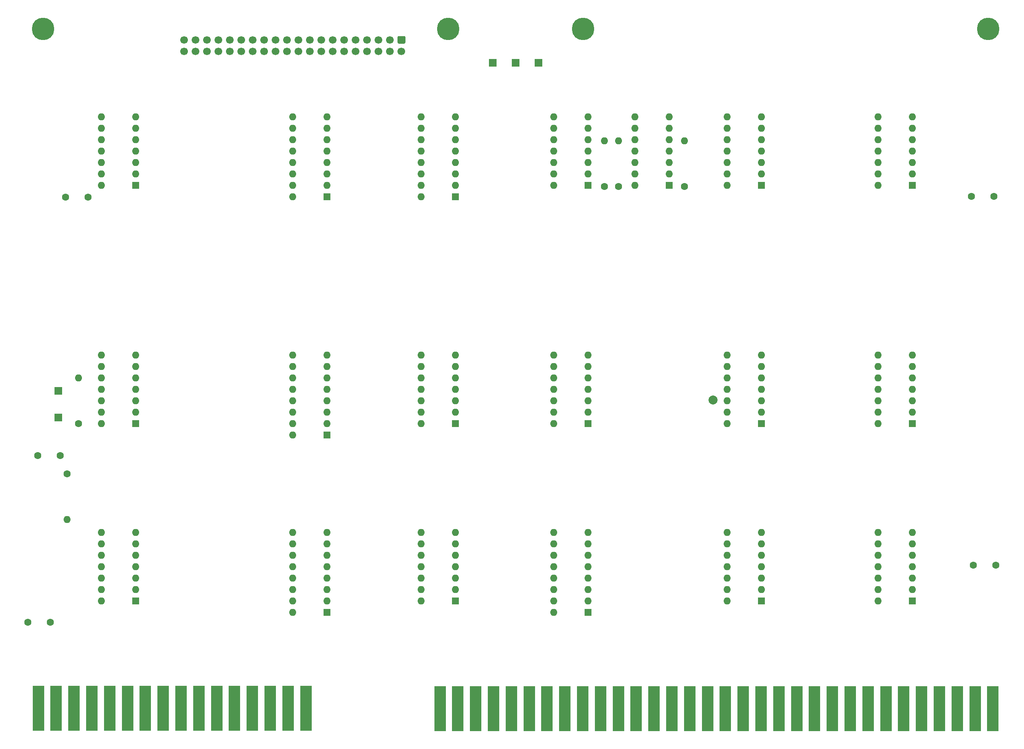
<source format=gbr>
%TF.GenerationSoftware,KiCad,Pcbnew,(5.1.10-1-10_14)*%
%TF.CreationDate,2021-07-04T08:15:42+10:00*%
%TF.ProjectId,256 word memory_2.0,32353620-776f-4726-9420-6d656d6f7279,rev?*%
%TF.SameCoordinates,Original*%
%TF.FileFunction,Soldermask,Bot*%
%TF.FilePolarity,Negative*%
%FSLAX46Y46*%
G04 Gerber Fmt 4.6, Leading zero omitted, Abs format (unit mm)*
G04 Created by KiCad (PCBNEW (5.1.10-1-10_14)) date 2021-07-04 08:15:42*
%MOMM*%
%LPD*%
G01*
G04 APERTURE LIST*
%ADD10C,1.700000*%
%ADD11C,2.000000*%
%ADD12C,5.000000*%
%ADD13R,1.700000X1.700000*%
%ADD14C,1.600000*%
%ADD15O,1.600000X1.600000*%
%ADD16R,1.600000X1.600000*%
%ADD17R,2.540000X10.000000*%
G04 APERTURE END LIST*
D10*
%TO.C,J9*%
X55880000Y-27940000D03*
X58420000Y-27940000D03*
X60960000Y-27940000D03*
X63500000Y-27940000D03*
X66040000Y-27940000D03*
X68580000Y-27940000D03*
X71120000Y-27940000D03*
X73660000Y-27940000D03*
X76200000Y-27940000D03*
X78740000Y-27940000D03*
X81280000Y-27940000D03*
X83820000Y-27940000D03*
X86360000Y-27940000D03*
X88900000Y-27940000D03*
X91440000Y-27940000D03*
X93980000Y-27940000D03*
X96520000Y-27940000D03*
X99060000Y-27940000D03*
X101600000Y-27940000D03*
X104140000Y-27940000D03*
X55880000Y-25400000D03*
X58420000Y-25400000D03*
X60960000Y-25400000D03*
X63500000Y-25400000D03*
X66040000Y-25400000D03*
X68580000Y-25400000D03*
X71120000Y-25400000D03*
X73660000Y-25400000D03*
X76200000Y-25400000D03*
X78740000Y-25400000D03*
X81280000Y-25400000D03*
X83820000Y-25400000D03*
X86360000Y-25400000D03*
X88900000Y-25400000D03*
X91440000Y-25400000D03*
X93980000Y-25400000D03*
X96520000Y-25400000D03*
X99060000Y-25400000D03*
X101600000Y-25400000D03*
G36*
G01*
X103540000Y-24550000D02*
X104740000Y-24550000D01*
G75*
G02*
X104990000Y-24800000I0J-250000D01*
G01*
X104990000Y-26000000D01*
G75*
G02*
X104740000Y-26250000I-250000J0D01*
G01*
X103540000Y-26250000D01*
G75*
G02*
X103290000Y-26000000I0J250000D01*
G01*
X103290000Y-24800000D01*
G75*
G02*
X103540000Y-24550000I250000J0D01*
G01*
G37*
%TD*%
D11*
%TO.C,J3*%
X173355000Y-105500000D03*
%TD*%
D12*
%TO.C,H2*%
X234500000Y-23000000D03*
X144500000Y-23000000D03*
%TD*%
%TO.C,H1*%
X114500000Y-23000000D03*
X24500000Y-23000000D03*
%TD*%
D13*
%TO.C,J8*%
X129540000Y-30480000D03*
%TD*%
%TO.C,J7*%
X124460000Y-30480000D03*
%TD*%
%TO.C,J6*%
X134620000Y-30480000D03*
%TD*%
%TO.C,J5*%
X27940000Y-109460000D03*
%TD*%
%TO.C,J4*%
X27940000Y-103505000D03*
%TD*%
D14*
%TO.C,C5*%
X236203500Y-142303500D03*
X231203500Y-142303500D03*
%TD*%
%TO.C,C4*%
X21162000Y-154940000D03*
X26162000Y-154940000D03*
%TD*%
%TO.C,C3*%
X23321000Y-117856000D03*
X28321000Y-117856000D03*
%TD*%
%TO.C,C2*%
X235759000Y-60198000D03*
X230759000Y-60198000D03*
%TD*%
%TO.C,C1*%
X29527500Y-60388500D03*
X34527500Y-60388500D03*
%TD*%
D15*
%TO.C,U17*%
X176500000Y-150240000D03*
X184120000Y-135000000D03*
X176500000Y-147700000D03*
X184120000Y-137540000D03*
X176500000Y-145160000D03*
X184120000Y-140080000D03*
X176500000Y-142620000D03*
X184120000Y-142620000D03*
X176500000Y-140080000D03*
X184120000Y-145160000D03*
X176500000Y-137540000D03*
X184120000Y-147700000D03*
X176500000Y-135000000D03*
D16*
X184120000Y-150240000D03*
%TD*%
D15*
%TO.C,U6*%
X210000000Y-57740000D03*
X217620000Y-42500000D03*
X210000000Y-55200000D03*
X217620000Y-45040000D03*
X210000000Y-52660000D03*
X217620000Y-47580000D03*
X210000000Y-50120000D03*
X217620000Y-50120000D03*
X210000000Y-47580000D03*
X217620000Y-52660000D03*
X210000000Y-45040000D03*
X217620000Y-55200000D03*
X210000000Y-42500000D03*
D16*
X217620000Y-57740000D03*
%TD*%
D15*
%TO.C,U5*%
X176500000Y-57740000D03*
X184120000Y-42500000D03*
X176500000Y-55200000D03*
X184120000Y-45040000D03*
X176500000Y-52660000D03*
X184120000Y-47580000D03*
X176500000Y-50120000D03*
X184120000Y-50120000D03*
X176500000Y-47580000D03*
X184120000Y-52660000D03*
X176500000Y-45040000D03*
X184120000Y-55200000D03*
X176500000Y-42500000D03*
D16*
X184120000Y-57740000D03*
%TD*%
D15*
%TO.C,U10*%
X138000000Y-110740000D03*
X145620000Y-95500000D03*
X138000000Y-108200000D03*
X145620000Y-98040000D03*
X138000000Y-105660000D03*
X145620000Y-100580000D03*
X138000000Y-103120000D03*
X145620000Y-103120000D03*
X138000000Y-100580000D03*
X145620000Y-105660000D03*
X138000000Y-98040000D03*
X145620000Y-108200000D03*
X138000000Y-95500000D03*
D16*
X145620000Y-110740000D03*
%TD*%
D15*
%TO.C,U18*%
X210000000Y-150240000D03*
X217620000Y-135000000D03*
X210000000Y-147700000D03*
X217620000Y-137540000D03*
X210000000Y-145160000D03*
X217620000Y-140080000D03*
X210000000Y-142620000D03*
X217620000Y-142620000D03*
X210000000Y-140080000D03*
X217620000Y-145160000D03*
X210000000Y-137540000D03*
X217620000Y-147700000D03*
X210000000Y-135000000D03*
D16*
X217620000Y-150240000D03*
%TD*%
D15*
%TO.C,U12*%
X210000000Y-110740000D03*
X217620000Y-95500000D03*
X210000000Y-108200000D03*
X217620000Y-98040000D03*
X210000000Y-105660000D03*
X217620000Y-100580000D03*
X210000000Y-103120000D03*
X217620000Y-103120000D03*
X210000000Y-100580000D03*
X217620000Y-105660000D03*
X210000000Y-98040000D03*
X217620000Y-108200000D03*
X210000000Y-95500000D03*
D16*
X217620000Y-110740000D03*
%TD*%
D15*
%TO.C,U19*%
X156000000Y-57740000D03*
X163620000Y-42500000D03*
X156000000Y-55200000D03*
X163620000Y-45040000D03*
X156000000Y-52660000D03*
X163620000Y-47580000D03*
X156000000Y-50120000D03*
X163620000Y-50120000D03*
X156000000Y-47580000D03*
X163620000Y-52660000D03*
X156000000Y-45040000D03*
X163620000Y-55200000D03*
X156000000Y-42500000D03*
D16*
X163620000Y-57740000D03*
%TD*%
D15*
%TO.C,R5*%
X152400000Y-47840000D03*
D14*
X152400000Y-58000000D03*
%TD*%
D15*
%TO.C,R4*%
X167000000Y-47840000D03*
D14*
X167000000Y-58000000D03*
%TD*%
D15*
%TO.C,R3*%
X149225000Y-47840000D03*
D14*
X149225000Y-58000000D03*
%TD*%
D15*
%TO.C,U2*%
X80000000Y-60280000D03*
X87620000Y-42500000D03*
X80000000Y-57740000D03*
X87620000Y-45040000D03*
X80000000Y-55200000D03*
X87620000Y-47580000D03*
X80000000Y-52660000D03*
X87620000Y-50120000D03*
X80000000Y-50120000D03*
X87620000Y-52660000D03*
X80000000Y-47580000D03*
X87620000Y-55200000D03*
X80000000Y-45040000D03*
X87620000Y-57740000D03*
X80000000Y-42500000D03*
D16*
X87620000Y-60280000D03*
%TD*%
D17*
%TO.C,J2*%
X23464000Y-174100000D03*
X27426400Y-174100000D03*
X31388800Y-174100000D03*
X35351200Y-174100000D03*
X39313600Y-174100000D03*
X43276000Y-174100000D03*
X47238400Y-174100000D03*
X51200800Y-174100000D03*
X55163200Y-174100000D03*
X59125600Y-174100000D03*
X63088000Y-174100000D03*
X67050400Y-174100000D03*
X71012800Y-174100000D03*
X74975200Y-174100000D03*
X78937600Y-174100000D03*
X82900000Y-174100000D03*
%TD*%
D15*
%TO.C,U16*%
X138000000Y-152780000D03*
X145620000Y-135000000D03*
X138000000Y-150240000D03*
X145620000Y-137540000D03*
X138000000Y-147700000D03*
X145620000Y-140080000D03*
X138000000Y-145160000D03*
X145620000Y-142620000D03*
X138000000Y-142620000D03*
X145620000Y-145160000D03*
X138000000Y-140080000D03*
X145620000Y-147700000D03*
X138000000Y-137540000D03*
X145620000Y-150240000D03*
X138000000Y-135000000D03*
D16*
X145620000Y-152780000D03*
%TD*%
D15*
%TO.C,U13*%
X37500000Y-150240000D03*
X45120000Y-135000000D03*
X37500000Y-147700000D03*
X45120000Y-137540000D03*
X37500000Y-145160000D03*
X45120000Y-140080000D03*
X37500000Y-142620000D03*
X45120000Y-142620000D03*
X37500000Y-140080000D03*
X45120000Y-145160000D03*
X37500000Y-137540000D03*
X45120000Y-147700000D03*
X37500000Y-135000000D03*
D16*
X45120000Y-150240000D03*
%TD*%
D15*
%TO.C,U7*%
X37500000Y-110740000D03*
X45120000Y-95500000D03*
X37500000Y-108200000D03*
X45120000Y-98040000D03*
X37500000Y-105660000D03*
X45120000Y-100580000D03*
X37500000Y-103120000D03*
X45120000Y-103120000D03*
X37500000Y-100580000D03*
X45120000Y-105660000D03*
X37500000Y-98040000D03*
X45120000Y-108200000D03*
X37500000Y-95500000D03*
D16*
X45120000Y-110740000D03*
%TD*%
D17*
%TO.C,J1*%
X116662400Y-174200000D03*
X112700000Y-174200000D03*
X160248800Y-174200000D03*
X156286400Y-174200000D03*
X152324000Y-174200000D03*
X148361600Y-174200000D03*
X144399200Y-174200000D03*
X140436800Y-174200000D03*
X136474400Y-174200000D03*
X132512000Y-174200000D03*
X128549600Y-174200000D03*
X124587200Y-174200000D03*
X120624800Y-174200000D03*
X164211200Y-174200000D03*
X168173600Y-174200000D03*
X172136000Y-174200000D03*
X176098400Y-174200000D03*
X180060800Y-174200000D03*
X184023200Y-174200000D03*
X187985600Y-174200000D03*
X191948000Y-174200000D03*
X195910400Y-174200000D03*
X199872800Y-174200000D03*
X203835200Y-174200000D03*
X207797600Y-174200000D03*
X211760000Y-174200000D03*
X215722400Y-174200000D03*
X219684800Y-174200000D03*
X223647200Y-174200000D03*
X227609600Y-174200000D03*
X231572000Y-174200000D03*
X235534400Y-174200000D03*
%TD*%
D15*
%TO.C,R1*%
X32385000Y-100600000D03*
D14*
X32385000Y-110760000D03*
%TD*%
D15*
%TO.C,R2*%
X29845000Y-132080000D03*
D14*
X29845000Y-121920000D03*
%TD*%
D15*
%TO.C,U1*%
X37500000Y-57740000D03*
X45120000Y-42500000D03*
X37500000Y-55200000D03*
X45120000Y-45040000D03*
X37500000Y-52660000D03*
X45120000Y-47580000D03*
X37500000Y-50120000D03*
X45120000Y-50120000D03*
X37500000Y-47580000D03*
X45120000Y-52660000D03*
X37500000Y-45040000D03*
X45120000Y-55200000D03*
X37500000Y-42500000D03*
D16*
X45120000Y-57740000D03*
%TD*%
D15*
%TO.C,U3*%
X108500000Y-60280000D03*
X116120000Y-42500000D03*
X108500000Y-57740000D03*
X116120000Y-45040000D03*
X108500000Y-55200000D03*
X116120000Y-47580000D03*
X108500000Y-52660000D03*
X116120000Y-50120000D03*
X108500000Y-50120000D03*
X116120000Y-52660000D03*
X108500000Y-47580000D03*
X116120000Y-55200000D03*
X108500000Y-45040000D03*
X116120000Y-57740000D03*
X108500000Y-42500000D03*
D16*
X116120000Y-60280000D03*
%TD*%
D15*
%TO.C,U4*%
X138000000Y-57740000D03*
X145620000Y-42500000D03*
X138000000Y-55200000D03*
X145620000Y-45040000D03*
X138000000Y-52660000D03*
X145620000Y-47580000D03*
X138000000Y-50120000D03*
X145620000Y-50120000D03*
X138000000Y-47580000D03*
X145620000Y-52660000D03*
X138000000Y-45040000D03*
X145620000Y-55200000D03*
X138000000Y-42500000D03*
D16*
X145620000Y-57740000D03*
%TD*%
D15*
%TO.C,U8*%
X80000000Y-113280000D03*
X87620000Y-95500000D03*
X80000000Y-110740000D03*
X87620000Y-98040000D03*
X80000000Y-108200000D03*
X87620000Y-100580000D03*
X80000000Y-105660000D03*
X87620000Y-103120000D03*
X80000000Y-103120000D03*
X87620000Y-105660000D03*
X80000000Y-100580000D03*
X87620000Y-108200000D03*
X80000000Y-98040000D03*
X87620000Y-110740000D03*
X80000000Y-95500000D03*
D16*
X87620000Y-113280000D03*
%TD*%
D15*
%TO.C,U9*%
X108500000Y-110740000D03*
X116120000Y-95500000D03*
X108500000Y-108200000D03*
X116120000Y-98040000D03*
X108500000Y-105660000D03*
X116120000Y-100580000D03*
X108500000Y-103120000D03*
X116120000Y-103120000D03*
X108500000Y-100580000D03*
X116120000Y-105660000D03*
X108500000Y-98040000D03*
X116120000Y-108200000D03*
X108500000Y-95500000D03*
D16*
X116120000Y-110740000D03*
%TD*%
D15*
%TO.C,U11*%
X176500000Y-110740000D03*
X184120000Y-95500000D03*
X176500000Y-108200000D03*
X184120000Y-98040000D03*
X176500000Y-105660000D03*
X184120000Y-100580000D03*
X176500000Y-103120000D03*
X184120000Y-103120000D03*
X176500000Y-100580000D03*
X184120000Y-105660000D03*
X176500000Y-98040000D03*
X184120000Y-108200000D03*
X176500000Y-95500000D03*
D16*
X184120000Y-110740000D03*
%TD*%
D15*
%TO.C,U14*%
X80000000Y-152780000D03*
X87620000Y-135000000D03*
X80000000Y-150240000D03*
X87620000Y-137540000D03*
X80000000Y-147700000D03*
X87620000Y-140080000D03*
X80000000Y-145160000D03*
X87620000Y-142620000D03*
X80000000Y-142620000D03*
X87620000Y-145160000D03*
X80000000Y-140080000D03*
X87620000Y-147700000D03*
X80000000Y-137540000D03*
X87620000Y-150240000D03*
X80000000Y-135000000D03*
D16*
X87620000Y-152780000D03*
%TD*%
D15*
%TO.C,U15*%
X108500000Y-150240000D03*
X116120000Y-135000000D03*
X108500000Y-147700000D03*
X116120000Y-137540000D03*
X108500000Y-145160000D03*
X116120000Y-140080000D03*
X108500000Y-142620000D03*
X116120000Y-142620000D03*
X108500000Y-140080000D03*
X116120000Y-145160000D03*
X108500000Y-137540000D03*
X116120000Y-147700000D03*
X108500000Y-135000000D03*
D16*
X116120000Y-150240000D03*
%TD*%
M02*

</source>
